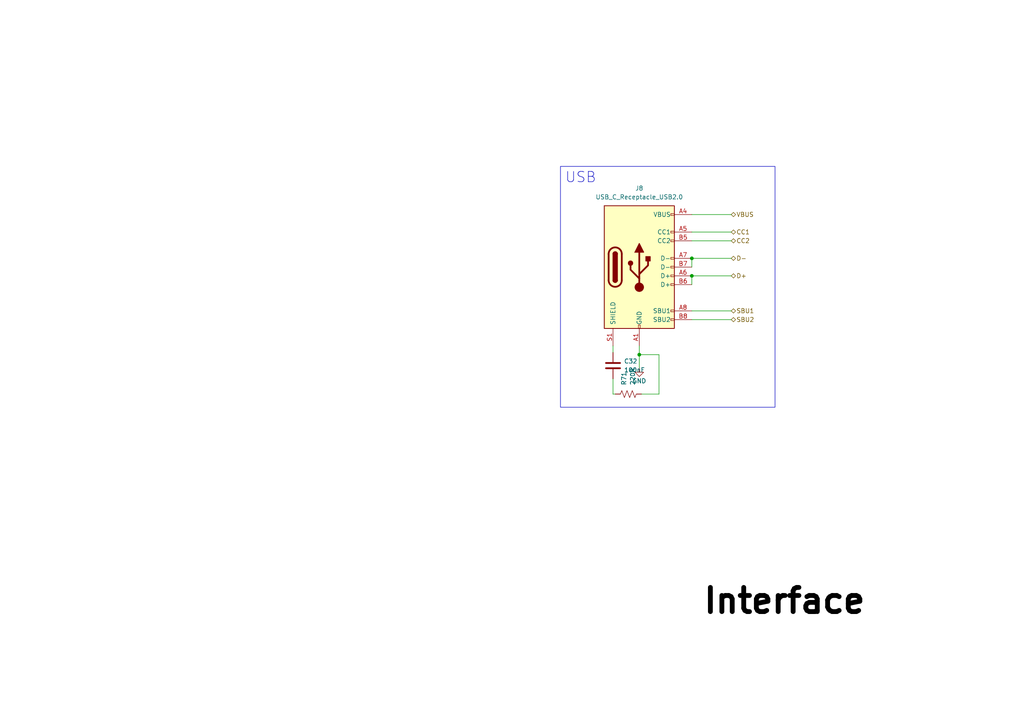
<source format=kicad_sch>
(kicad_sch (version 20230121) (generator eeschema)
  (paper "A4")
  (lib_symbols
    (symbol "Connector:USB_C_Receptacle_USB2.0" (pin_names (offset 1.016))
      (property "Reference" "J" (at -10.16 19.05 0))
      (property "Value" "USB_C_Receptacle_USB2.0" (at 19.05 19.05 0))
      (symbol "USB_C_Receptacle_USB2.0_0_0"
        (rectangle (start -0.254 -17.78) (end 0.254 -16.764))
        (rectangle (start 10.16 -14.986) (end 9.144 -15.494))
        (rectangle (start 10.16 -12.446) (end 9.144 -12.954))
        (rectangle (start 10.16 -4.826) (end 9.144 -5.334))
        (rectangle (start 10.16 -2.286) (end 9.144 -2.794))
        (rectangle (start 10.16 0.254) (end 9.144 -0.254))
        (rectangle (start 10.16 2.794) (end 9.144 2.286))
        (rectangle (start 10.16 7.874) (end 9.144 7.366))
        (rectangle (start 10.16 10.414) (end 9.144 9.906))
        (rectangle (start 10.16 15.494) (end 9.144 14.986))
      )
      (symbol "USB_C_Receptacle_USB2.0_0_1"
        (rectangle (start -10.16 17.78) (end 10.16 -17.78) (stroke (width 0.254)) (fill (type background)))
        (arc (start -8.89 -3.81) (mid -6.985 -5.7067) (end -5.08 -3.81) (stroke (width 0.508)))
        (arc (start -7.62 -3.81) (mid -6.985 -4.4423) (end -6.35 -3.81) (stroke (width 0.254)))
        (arc (start -7.62 -3.81) (mid -6.985 -4.4423) (end -6.35 -3.81) (stroke (width 0.254)) (fill (type outline)))
        (rectangle (start -7.62 -3.81) (end -6.35 3.81) (stroke (width 0.254)) (fill (type outline)))
        (arc (start -6.35 3.81) (mid -6.985 4.4423) (end -7.62 3.81) (stroke (width 0.254)))
        (arc (start -6.35 3.81) (mid -6.985 4.4423) (end -7.62 3.81) (stroke (width 0.254)) (fill (type outline)))
        (arc (start -5.08 3.81) (mid -6.985 5.7067) (end -8.89 3.81) (stroke (width 0.508)))
        (circle (center -2.54 1.143) (radius 0.635) (stroke (width 0.254)) (fill (type outline)))
        (circle (center 0 -5.842) (radius 1.27) (fill (type outline)))
        (polyline (pts (xy -8.89 -3.81) (xy -8.89 3.81)) (stroke (width 0.508)))
        (polyline (pts (xy -5.08 3.81) (xy -5.08 -3.81)) (stroke (width 0.508)))
        (polyline (pts (xy 0 -5.842) (xy 0 4.318)) (stroke (width 0.508)))
        (polyline (pts (xy 0 -3.302) (xy -2.54 -0.762) (xy -2.54 0.508)) (stroke (width 0.508)))
        (polyline (pts (xy 0 -2.032) (xy 2.54 0.508) (xy 2.54 1.778)) (stroke (width 0.508)))
        (polyline (pts (xy -1.27 4.318) (xy 0 6.858) (xy 1.27 4.318) (xy -1.27 4.318)) (stroke (width 0.254)) (fill (type outline)))
        (rectangle (start 1.905 1.778) (end 3.175 3.048) (stroke (width 0.254)) (fill (type outline)))
      )
      (symbol "USB_C_Receptacle_USB2.0_1_1"
        (pin passive line (at 0 -22.86 90) (length 5.08) (name "GND") (number "A1"))
        (pin passive line (at 0 -22.86 90) (length 5.08) hide (name "GND") (number "A12"))
        (pin passive line (at 15.24 15.24 180) (length 5.08) (name "VBUS") (number "A4"))
        (pin bidirectional line (at 15.24 10.16 180) (length 5.08) (name "CC1") (number "A5"))
        (pin bidirectional line (at 15.24 -2.54 180) (length 5.08) (name "D+") (number "A6"))
        (pin bidirectional line (at 15.24 2.54 180) (length 5.08) (name "D-") (number "A7"))
        (pin bidirectional line (at 15.24 -12.7 180) (length 5.08) (name "SBU1") (number "A8"))
        (pin passive line (at 15.24 15.24 180) (length 5.08) hide (name "VBUS") (number "A9"))
        (pin passive line (at 0 -22.86 90) (length 5.08) hide (name "GND") (number "B1"))
        (pin passive line (at 0 -22.86 90) (length 5.08) hide (name "GND") (number "B12"))
        (pin passive line (at 15.24 15.24 180) (length 5.08) hide (name "VBUS") (number "B4"))
        (pin bidirectional line (at 15.24 7.62 180) (length 5.08) (name "CC2") (number "B5"))
        (pin bidirectional line (at 15.24 -5.08 180) (length 5.08) (name "D+") (number "B6"))
        (pin bidirectional line (at 15.24 0 180) (length 5.08) (name "D-") (number "B7"))
        (pin bidirectional line (at 15.24 -15.24 180) (length 5.08) (name "SBU2") (number "B8"))
        (pin passive line (at 15.24 15.24 180) (length 5.08) hide (name "VBUS") (number "B9"))
        (pin passive line (at -7.62 -22.86 90) (length 5.08) (name "SHIELD") (number "S1"))
      )
    )
    (symbol "Device:C" (pin_numbers hide) (pin_names (offset 0.254))
      (property "Reference" "C" (at 0.635 2.54 0))
      (property "Value" "C" (at 0.635 -2.54 0))
      (symbol "C_0_1"
        (polyline (pts (xy -2.032 -0.762) (xy 2.032 -0.762)) (stroke (width 0.508)))
        (polyline (pts (xy -2.032 0.762) (xy 2.032 0.762)) (stroke (width 0.508)))
      )
      (symbol "C_1_1"
        (pin passive line (at 0 3.81 270) (length 2.794) (name "~") (number "1"))
        (pin passive line (at 0 -3.81 90) (length 2.794) (name "~") (number "2"))
      )
    )
    (symbol "Device:R_US" (pin_numbers hide) (pin_names (offset 0))
      (property "Reference" "R" (at 2.54 0 90))
      (property "Value" "R_US" (at -2.54 0 90))
      (symbol "R_US_0_1"
        (polyline (pts (xy 0 -2.286) (xy 0 -2.54)))
        (polyline (pts (xy 0 2.286) (xy 0 2.54)))
        (polyline (pts (xy 0 -0.762) (xy 1.016 -1.143) (xy 0 -1.524) (xy -1.016 -1.905) (xy 0 -2.286)))
        (polyline (pts (xy 0 0.762) (xy 1.016 0.381) (xy 0 0) (xy -1.016 -0.381) (xy 0 -0.762)))
        (polyline (pts (xy 0 2.286) (xy 1.016 1.905) (xy 0 1.524) (xy -1.016 1.143) (xy 0 0.762)))
      )
      (symbol "R_US_1_1"
        (pin passive line (at 0 3.81 270) (length 1.27) (name "~") (number "1"))
        (pin passive line (at 0 -3.81 90) (length 1.27) (name "~") (number "2"))
      )
    )
    (symbol "power:GND" (power) (pin_names (offset 0))
      (property "Value" "GND" (at 0 -3.81 0))
      (symbol "GND_0_1"
        (polyline (pts (xy 0 0) (xy 0 -1.27) (xy 1.27 -1.27) (xy 0 -2.54) (xy -1.27 -1.27) (xy 0 -1.27)))
      )
      (symbol "GND_1_1"
        (pin power_in line (at 0 0 270) (length 0) hide (name "GND") (number "1"))
      )
    )
  )
  (junction (at 185.42 102.87))
  (junction (at 200.66 74.93))
  (junction (at 200.66 80.01))
  (wire (pts (xy 200.66 90.17) (xy 212.09 90.17)))
  (wire (pts (xy 177.8 109.855) (xy 177.8 114.3)))
  (wire (pts (xy 191.135 114.3) (xy 191.135 102.87)))
  (wire (pts (xy 185.42 102.87) (xy 185.42 106.68)))
  (wire (pts (xy 186.055 114.3) (xy 191.135 114.3)))
  (wire (pts (xy 200.66 92.71) (xy 212.09 92.71)))
  (wire (pts (xy 200.66 74.93) (xy 200.66 77.47)))
  (wire (pts (xy 177.8 100.33) (xy 177.8 102.235)))
  (wire (pts (xy 200.66 80.01) (xy 200.66 82.55)))
  (wire (pts (xy 200.66 74.93) (xy 212.09 74.93)))
  (wire (pts (xy 200.66 69.85) (xy 212.09 69.85)))
  (wire (pts (xy 191.135 102.87) (xy 185.42 102.87)))
  (wire (pts (xy 185.42 100.33) (xy 185.42 102.87)))
  (wire (pts (xy 212.09 80.01) (xy 200.66 80.01)))
  (wire (pts (xy 200.66 62.23) (xy 212.09 62.23)))
  (wire (pts (xy 200.66 67.31) (xy 212.09 67.31)))
  (wire (pts (xy 177.8 114.3) (xy 178.435 114.3)))
  (rectangle (start 162.56 48.26) (end 224.79 118.11))
  (text "Interface" (at 203.454 178.562 0) (effects (font (size 7 7) (thickness 1.4) bold) (justify left bottom)))
  (text "USB" (at 163.83 53.34 0) (effects (font (size 3 3)) (justify left bottom)))
  (hierarchical_label "SBU2" (shape bidirectional) (at 212.09 92.71 0))
  (hierarchical_label "VBUS" (shape bidirectional) (at 212.09 62.23 0))
  (hierarchical_label "CC1" (shape bidirectional) (at 212.09 67.31 0))
  (hierarchical_label "CC2" (shape bidirectional) (at 212.09 69.85 0))
  (hierarchical_label "D-" (shape bidirectional) (at 212.09 74.93 0))
  (hierarchical_label "D+" (shape bidirectional) (at 212.09 80.01 0))
  (hierarchical_label "SBU1" (shape bidirectional) (at 212.09 90.17 0))
  (symbol (lib_id "Device:R_US") (at 182.245 114.3 90) (unit 1)
    (property "Reference" "R71" (at 180.975 111.76 0) (effects (justify left)))
    (property "Value" "220R" (at 183.515 111.76 0) (effects (justify left)))
    (property "Footprint" "Resistor_SMD:R_0603_1608Metric" (effects hide))
  )
  (symbol (lib_id "power:GND") (at 185.42 106.68 0) (unit 1)
    (property "Reference" "#PWR043" (effects hide))
    (property "Value" "GND" (at 185.42 110.49 0))
  )
  (symbol (lib_id "Connector:USB_C_Receptacle_USB2.0") (at 185.42 77.47 0) (unit 1)
    (property "Reference" "J8" (at 185.42 54.61 0))
    (property "Value" "USB_C_Receptacle_USB2.0" (at 185.42 57.15 0))
    (property "Footprint" "Connector_USB:USB_C_Receptacle_HRO_TYPE-C-31-M-12" (effects hide))
    (property "Datasheet" "https://www.usb.org/sites/default/files/documents/usb_type-c.zip" (effects hide))
  )
  (symbol (lib_id "Device:C") (at 177.8 106.045 0) (unit 1)
    (property "Reference" "C32" (at 180.975 104.775 0) (effects (justify left)))
    (property "Value" "100nF" (at 180.975 107.315 0) (effects (justify left)))
    (property "Footprint" "Capacitor_SMD:C_0603_1608Metric" (effects hide))
  )
)
</source>
